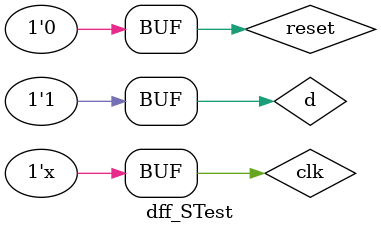
<source format=v>
module dff_STest();
wire q, q_bar;
reg d;
reg clk;
reg reset;

always #10 clk <= ~clk;

dff_S DUT(q, q_bar, d, reset, clk);

initial begin
reset <= 1'b0;
clk <= 1'b0;
d <= 1'b0;
#5
d <= 1'b1;
#10
d <= 1'b1;
#10
reset <= 1'b1;
#10
reset <= 1'b0;
#1
d <= 1'b1;

end
endmodule

</source>
